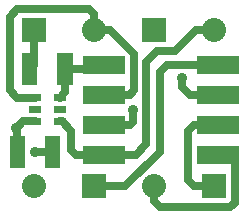
<source format=gbr>
G04 start of page 2 for group 0 idx 0 *
G04 Title: (unknown), component *
G04 Creator: pcb 20110918 *
G04 CreationDate: Mon 25 Mar 2013 04:22:40 AM GMT UTC *
G04 For: ndholmes *
G04 Format: Gerber/RS-274X *
G04 PCB-Dimensions: 83000 80000 *
G04 PCB-Coordinate-Origin: lower left *
%MOIN*%
%FSLAX25Y25*%
%LNTOP*%
%ADD19C,0.0480*%
%ADD18C,0.0200*%
%ADD17C,0.0360*%
%ADD16R,0.0240X0.0240*%
%ADD15R,0.0512X0.0512*%
%ADD14R,0.0600X0.0600*%
%ADD13C,0.0001*%
%ADD12C,0.0800*%
%ADD11C,0.0250*%
G54D11*X73000Y34500D02*X65000D01*
X63000Y32500D01*
X35000Y24500D02*X45500D01*
X49000Y28000D01*
X43500Y34500D02*X35000D01*
X42000Y14000D02*X53500Y25500D01*
X63000Y32500D02*Y16000D01*
X65000Y14000D01*
X51500D02*Y9000D01*
X53500Y7000D01*
X77000D01*
X65000Y14000D02*X71500D01*
X31500D02*X42000D01*
X77000Y7000D02*X78500Y8500D01*
Y19000D01*
Y17500D02*Y25500D01*
X11500Y66000D02*Y54310D01*
X10190Y53000D01*
X3500Y46000D02*Y70500D01*
X6000Y73000D01*
X30000D01*
X31500Y71500D01*
Y66000D01*
X43500Y44500D02*X45000Y46000D01*
Y58000D01*
X49000Y28000D02*Y55500D01*
X52500Y59000D01*
X44500Y39500D02*Y35500D01*
X43500Y34500D01*
X45000Y58000D02*X37000Y66000D01*
X52500Y59000D02*X58500D01*
X65500Y66000D01*
X71500D01*
X53500Y25500D02*Y52000D01*
X56000Y54500D01*
X61000Y50000D02*Y47000D01*
X63500Y44500D01*
X73000D01*
X56000Y54500D02*X73000D01*
X6095Y43405D02*X3500Y46000D01*
X12000Y43405D02*X6095D01*
X12000Y35605D02*X8105D01*
X6000Y33500D01*
Y25595D01*
X6095Y25500D01*
X12000D02*X17905D01*
X35500Y44500D02*X43500D01*
X37000Y66000D02*X31500D01*
X22000Y53000D02*X33500D01*
X35000Y54500D01*
X22000Y53000D02*Y45205D01*
X20200Y43405D01*
Y35605D02*X20895D01*
X24000Y32500D01*
Y26000D01*
X25500Y24500D01*
X34500D01*
G54D12*X11500Y14000D03*
G54D13*G36*
X7500Y70000D02*Y62000D01*
X15500D01*
Y70000D01*
X7500D01*
G37*
G54D12*X31500Y66000D03*
G54D13*G36*
X47500Y70000D02*Y62000D01*
X55500D01*
Y70000D01*
X47500D01*
G37*
G36*
X67500Y18000D02*Y10000D01*
X75500D01*
Y18000D01*
X67500D01*
G37*
G54D12*X51500Y14000D03*
G54D13*G36*
X27500Y18000D02*Y10000D01*
X35500D01*
Y18000D01*
X27500D01*
G37*
G54D12*X71500Y66000D03*
G54D14*X31000Y54500D02*X39000D01*
X31000Y44500D02*X39000D01*
X31000Y34500D02*X39000D01*
X31000Y24500D02*X39000D01*
G54D15*X10190Y55755D02*Y50245D01*
X22000Y55755D02*Y50245D01*
G54D16*X11200Y43405D02*X12800D01*
X11200Y39505D02*X12800D01*
X11200Y35605D02*X12800D01*
X19400Y39505D02*X21000D01*
X19400Y43405D02*X21000D01*
X19400Y35605D02*X21000D01*
G54D15*X17905Y28255D02*Y22745D01*
X6095Y28255D02*Y22745D01*
G54D14*X69000Y54500D02*X77000D01*
X69000Y44500D02*X77000D01*
X69000Y34500D02*X77000D01*
X69000Y24500D02*X77000D01*
G54D17*X44500Y39500D03*
X5500Y33500D03*
X12000Y25500D03*
X61000Y50000D03*
G54D18*G54D19*M02*

</source>
